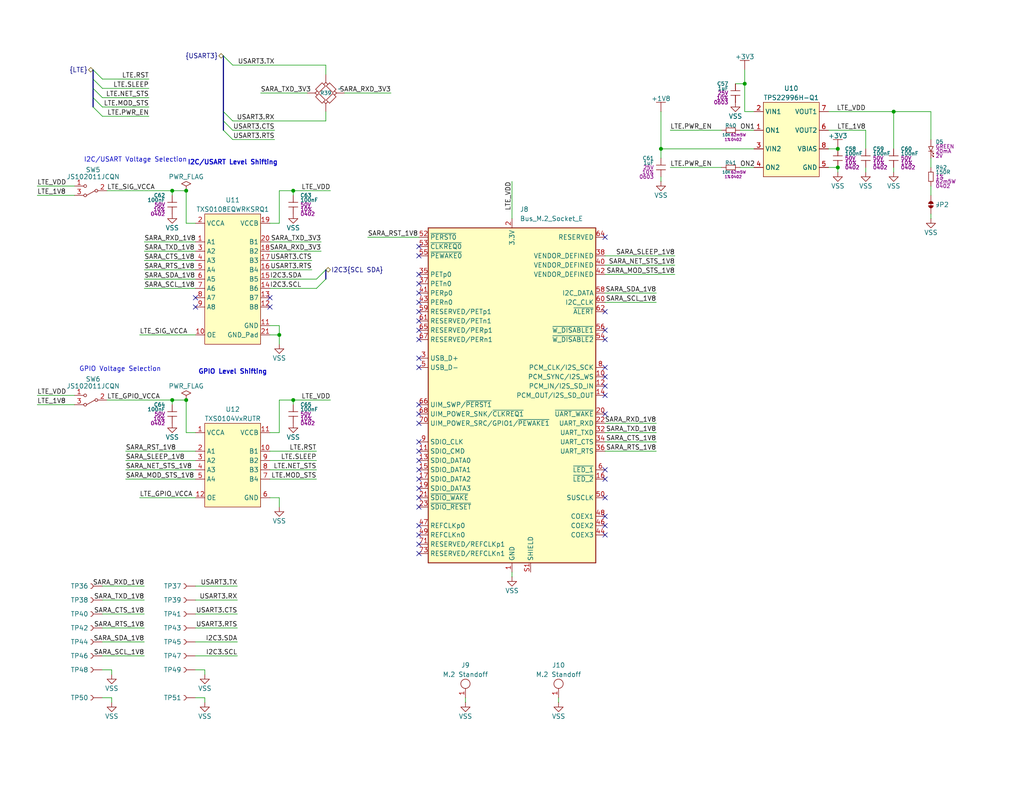
<source format=kicad_sch>
(kicad_sch (version 20250114) (generator "eeschema") (generator_version "9.0")
  (paper "USLetter")
  (title_block (title "LTE Card") (date "2025-03-31") (rev "1") (comment 2 "PROTOTYPE") (comment 3 "2025"))
  (text "I2C/USART Voltage Selection" (at 22.86 44.45 0) (effects (font (size 1.27 1.27)) (justify left bottom)))
  (text "I2C/USART Level Shifting" (at 63.5 44.45 0) (effects (font (size 1.27 1.27) (thickness 0.254) (bold yes))))
  (text "GPIO Voltage Selection" (at 21.59 101.6 0) (effects (font (size 1.27 1.27)) (justify left bottom)))
  (text "GPIO Level Shifting" (at 63.5 101.6 0) (effects (font (size 1.27 1.27) (thickness 0.254) (bold yes))))
  (junction (at 228.6 45.72))
  (junction (at 228.6 40.64))
  (junction (at 50.8 52.07))
  (junction (at 50.8 109.22))
  (junction (at 203.2 22.86))
  (junction (at 80.01 109.22))
  (junction (at 46.99 52.07))
  (junction (at 180.34 40.64))
  (junction (at 46.99 109.22))
  (junction (at 80.01 52.07))
  (junction (at 243.84 30.48))
  (junction (at 76.2 91.44))
  (no_connect (at 114.3 80.01))
  (no_connect (at 114.3 90.17))
  (no_connect (at 114.3 123.19))
  (no_connect (at 114.3 74.93))
  (no_connect (at 165.1 105.41))
  (no_connect (at 114.3 97.79))
  (no_connect (at 114.3 138.43))
  (no_connect (at 73.66 83.82))
  (no_connect (at 165.1 140.97))
  (no_connect (at 114.3 87.63))
  (no_connect (at 165.1 128.27))
  (no_connect (at 114.3 77.47))
  (no_connect (at 165.1 64.77))
  (no_connect (at 114.3 110.49))
  (no_connect (at 114.3 100.33))
  (no_connect (at 114.3 133.35))
  (no_connect (at 114.3 115.57))
  (no_connect (at 53.34 83.82))
  (no_connect (at 114.3 148.59))
  (no_connect (at 165.1 90.17))
  (no_connect (at 114.3 69.85))
  (no_connect (at 114.3 92.71))
  (no_connect (at 165.1 143.51))
  (no_connect (at 165.1 92.71))
  (no_connect (at 165.1 130.81))
  (no_connect (at 114.3 85.09))
  (no_connect (at 114.3 120.65))
  (no_connect (at 165.1 85.09))
  (no_connect (at 165.1 146.05))
  (no_connect (at 165.1 107.95))
  (no_connect (at 73.66 81.28))
  (no_connect (at 165.1 113.03))
  (no_connect (at 165.1 135.89))
  (no_connect (at 114.3 130.81))
  (no_connect (at 165.1 100.33))
  (no_connect (at 114.3 125.73))
  (no_connect (at 114.3 135.89))
  (no_connect (at 165.1 102.87))
  (no_connect (at 114.3 128.27))
  (no_connect (at 114.3 151.13))
  (no_connect (at 114.3 67.31))
  (no_connect (at 114.3 143.51))
  (no_connect (at 114.3 146.05))
  (no_connect (at 114.3 82.55))
  (no_connect (at 114.3 113.03))
  (no_connect (at 53.34 81.28))
  (bus_entry (at 27.94 29.21) (size -2.54 -2.54))
  (bus_entry (at 27.94 21.59) (size -2.54 -2.54))
  (bus_entry (at 63.5 38.1) (size -2.54 -2.54))
  (bus_entry (at 86.36 76.2) (size 2.54 -2.54))
  (bus_entry (at 63.5 33.02) (size -2.54 -2.54))
  (bus_entry (at 27.94 31.75) (size -2.54 -2.54))
  (bus_entry (at 27.94 24.13) (size -2.54 -2.54))
  (bus_entry (at 27.94 26.67) (size -2.54 -2.54))
  (bus_entry (at 63.5 17.78) (size -2.54 -2.54))
  (bus_entry (at 86.36 78.74) (size 2.54 -2.54))
  (bus_entry (at 63.5 35.56) (size -2.54 -2.54))
  (wire (pts (xy 55.88 184.15) (xy 55.88 182.88)))
  (wire (pts (xy 27.94 31.75) (xy 40.64 31.75)))
  (wire (pts (xy 71.12 25.4) (xy 83.82 25.4)))
  (bus (pts (xy 25.4 21.59) (xy 25.4 24.13)))
  (wire (pts (xy 203.2 19.05) (xy 203.2 22.86)))
  (wire (pts (xy 182.88 45.72) (xy 196.85 45.72)))
  (wire (pts (xy 90.17 52.07) (xy 80.01 52.07)))
  (wire (pts (xy 228.6 45.72) (xy 226.06 45.72)))
  (wire (pts (xy 39.37 167.64) (xy 27.94 167.64)))
  (wire (pts (xy 76.2 91.44) (xy 76.2 88.9)))
  (wire (pts (xy 100.33 64.77) (xy 114.3 64.77)))
  (wire (pts (xy 50.8 52.07) (xy 50.8 60.96)))
  (wire (pts (xy 180.34 30.48) (xy 180.34 40.64)))
  (wire (pts (xy 55.88 191.77) (xy 55.88 190.5)))
  (wire (pts (xy 80.01 53.34) (xy 80.01 52.07)))
  (wire (pts (xy 10.16 53.34) (xy 20.32 53.34)))
  (wire (pts (xy 53.34 125.73) (xy 34.29 125.73)))
  (wire (pts (xy 76.2 93.98) (xy 76.2 91.44)))
  (wire (pts (xy 86.36 123.19) (xy 73.66 123.19)))
  (wire (pts (xy 203.2 30.48) (xy 205.74 30.48)))
  (wire (pts (xy 53.34 128.27) (xy 34.29 128.27)))
  (wire (pts (xy 76.2 52.07) (xy 76.2 60.96)))
  (wire (pts (xy 76.2 88.9) (xy 73.66 88.9)))
  (wire (pts (xy 46.99 110.49) (xy 46.99 109.22)))
  (wire (pts (xy 38.1 91.44) (xy 53.34 91.44)))
  (wire (pts (xy 73.66 135.89) (xy 76.2 135.89)))
  (wire (pts (xy 10.16 110.49) (xy 20.32 110.49)))
  (wire (pts (xy 93.98 25.4) (xy 106.68 25.4)))
  (wire (pts (xy 64.77 179.07) (xy 53.34 179.07)))
  (wire (pts (xy 27.94 21.59) (xy 40.64 21.59)))
  (wire (pts (xy 73.66 68.58) (xy 87.63 68.58)))
  (wire (pts (xy 27.94 29.21) (xy 40.64 29.21)))
  (wire (pts (xy 236.22 46.99) (xy 236.22 45.72)))
  (wire (pts (xy 50.8 118.11) (xy 53.34 118.11)))
  (wire (pts (xy 201.93 35.56) (xy 205.74 35.56)))
  (wire (pts (xy 39.37 71.12) (xy 53.34 71.12)))
  (wire (pts (xy 29.21 52.07) (xy 46.99 52.07)))
  (wire (pts (xy 200.66 22.86) (xy 203.2 22.86)))
  (wire (pts (xy 10.16 107.95) (xy 20.32 107.95)))
  (wire (pts (xy 165.1 80.01) (xy 179.07 80.01)))
  (wire (pts (xy 80.01 110.49) (xy 80.01 109.22)))
  (wire (pts (xy 39.37 160.02) (xy 27.94 160.02)))
  (wire (pts (xy 39.37 175.26) (xy 27.94 175.26)))
  (wire (pts (xy 228.6 46.99) (xy 228.6 45.72)))
  (wire (pts (xy 243.84 46.99) (xy 243.84 45.72)))
  (wire (pts (xy 63.5 33.02) (xy 88.9 33.02)))
  (wire (pts (xy 243.84 30.48) (xy 243.84 40.64)))
  (wire (pts (xy 27.94 26.67) (xy 40.64 26.67)))
  (wire (pts (xy 182.88 35.56) (xy 196.85 35.56)))
  (wire (pts (xy 29.21 109.22) (xy 46.99 109.22)))
  (wire (pts (xy 55.88 190.5) (xy 53.34 190.5)))
  (wire (pts (xy 53.34 130.81) (xy 34.29 130.81)))
  (wire (pts (xy 180.34 48.26) (xy 180.34 49.53)))
  (wire (pts (xy 27.94 24.13) (xy 40.64 24.13)))
  (wire (pts (xy 50.8 60.96) (xy 53.34 60.96)))
  (wire (pts (xy 73.66 76.2) (xy 86.36 76.2)))
  (wire (pts (xy 64.77 175.26) (xy 53.34 175.26)))
  (wire (pts (xy 38.1 135.89) (xy 53.34 135.89)))
  (wire (pts (xy 76.2 60.96) (xy 73.66 60.96)))
  (wire (pts (xy 165.1 74.93) (xy 184.15 74.93)))
  (wire (pts (xy 46.99 52.07) (xy 50.8 52.07)))
  (wire (pts (xy 76.2 138.43) (xy 76.2 135.89)))
  (wire (pts (xy 39.37 73.66) (xy 53.34 73.66)))
  (wire (pts (xy 64.77 171.45) (xy 53.34 171.45)))
  (bus (pts (xy 60.96 15.24) (xy 60.96 30.48)))
  (wire (pts (xy 10.16 50.8) (xy 20.32 50.8)))
  (wire (pts (xy 55.88 182.88) (xy 53.34 182.88)))
  (wire (pts (xy 30.48 184.15) (xy 30.48 182.88)))
  (wire (pts (xy 64.77 163.83) (xy 53.34 163.83)))
  (wire (pts (xy 64.77 160.02) (xy 53.34 160.02)))
  (wire (pts (xy 76.2 118.11) (xy 73.66 118.11)))
  (wire (pts (xy 152.4 190.5) (xy 152.4 191.77)))
  (wire (pts (xy 180.34 40.64) (xy 180.34 43.18)))
  (wire (pts (xy 53.34 76.2) (xy 39.37 76.2)))
  (wire (pts (xy 34.29 123.19) (xy 53.34 123.19)))
  (wire (pts (xy 139.7 156.21) (xy 139.7 157.48)))
  (wire (pts (xy 73.66 91.44) (xy 76.2 91.44)))
  (wire (pts (xy 50.8 109.22) (xy 50.8 118.11)))
  (wire (pts (xy 254 43.18) (xy 254 45.72)))
  (wire (pts (xy 203.2 22.86) (xy 203.2 30.48)))
  (bus (pts (xy 60.96 33.02) (xy 60.96 35.56)))
  (wire (pts (xy 73.66 78.74) (xy 86.36 78.74)))
  (wire (pts (xy 63.5 38.1) (xy 74.93 38.1)))
  (wire (pts (xy 243.84 30.48) (xy 254 30.48)))
  (wire (pts (xy 139.7 49.53) (xy 139.7 59.69)))
  (wire (pts (xy 85.09 73.66) (xy 73.66 73.66)))
  (bus (pts (xy 60.96 30.48) (xy 60.96 33.02)))
  (wire (pts (xy 63.5 17.78) (xy 88.9 17.78)))
  (wire (pts (xy 165.1 82.55) (xy 179.07 82.55)))
  (wire (pts (xy 30.48 182.88) (xy 27.94 182.88)))
  (wire (pts (xy 76.2 109.22) (xy 76.2 118.11)))
  (wire (pts (xy 30.48 191.77) (xy 30.48 190.5)))
  (wire (pts (xy 64.77 167.64) (xy 53.34 167.64)))
  (wire (pts (xy 86.36 130.81) (xy 73.66 130.81)))
  (wire (pts (xy 201.93 45.72) (xy 205.74 45.72)))
  (wire (pts (xy 46.99 109.22) (xy 50.8 109.22)))
  (wire (pts (xy 39.37 163.83) (xy 27.94 163.83)))
  (wire (pts (xy 226.06 30.48) (xy 243.84 30.48)))
  (bus (pts (xy 25.4 24.13) (xy 25.4 26.67)))
  (wire (pts (xy 39.37 179.07) (xy 27.94 179.07)))
  (wire (pts (xy 165.1 69.85) (xy 184.15 69.85)))
  (bus (pts (xy 25.4 19.05) (xy 25.4 21.59)))
  (wire (pts (xy 46.99 53.34) (xy 46.99 52.07)))
  (wire (pts (xy 90.17 109.22) (xy 80.01 109.22)))
  (wire (pts (xy 180.34 40.64) (xy 205.74 40.64)))
  (wire (pts (xy 226.06 40.64) (xy 228.6 40.64)))
  (wire (pts (xy 53.34 78.74) (xy 39.37 78.74)))
  (wire (pts (xy 179.07 115.57) (xy 165.1 115.57)))
  (wire (pts (xy 86.36 128.27) (xy 73.66 128.27)))
  (wire (pts (xy 63.5 35.56) (xy 74.93 35.56)))
  (wire (pts (xy 179.07 123.19) (xy 165.1 123.19)))
  (wire (pts (xy 88.9 17.78) (xy 88.9 20.32)))
  (wire (pts (xy 179.07 118.11) (xy 165.1 118.11)))
  (wire (pts (xy 80.01 52.07) (xy 76.2 52.07)))
  (wire (pts (xy 254 58.42) (xy 254 59.69)))
  (wire (pts (xy 39.37 171.45) (xy 27.94 171.45)))
  (wire (pts (xy 127 190.5) (xy 127 191.77)))
  (wire (pts (xy 254 30.48) (xy 254 38.1)))
  (wire (pts (xy 226.06 35.56) (xy 236.22 35.56)))
  (wire (pts (xy 30.48 190.5) (xy 27.94 190.5)))
  (wire (pts (xy 39.37 68.58) (xy 53.34 68.58)))
  (wire (pts (xy 254 50.8) (xy 254 53.34)))
  (wire (pts (xy 85.09 71.12) (xy 73.66 71.12)))
  (bus (pts (xy 88.9 76.2) (xy 88.9 73.66)))
  (wire (pts (xy 236.22 35.56) (xy 236.22 40.64)))
  (wire (pts (xy 73.66 66.04) (xy 87.63 66.04)))
  (wire (pts (xy 179.07 120.65) (xy 165.1 120.65)))
  (wire (pts (xy 165.1 72.39) (xy 184.15 72.39)))
  (wire (pts (xy 80.01 109.22) (xy 76.2 109.22)))
  (wire (pts (xy 39.37 66.04) (xy 53.34 66.04)))
  (wire (pts (xy 88.9 33.02) (xy 88.9 30.48)))
  (wire (pts (xy 86.36 125.73) (xy 73.66 125.73)))
  (bus (pts (xy 25.4 26.67) (xy 25.4 29.21)))
  (label "USART3.RTS" (at 64.77 171.45 180))
  (label "LTE.RST" (at 40.64 21.59 180))
  (label "USART3.TX" (at 64.77 160.02 180))
  (label "SARA_SLEEP_1V8" (at 184.15 69.85 180))
  (label "LTE_SIG_VCCA" (at 29.21 52.07 0))
  (label "I2C3.SDA" (at 64.77 175.26 180))
  (label "LTE_VDD" (at 139.7 49.53 270))
  (label "SARA_RXD_3V3" (at 87.63 68.58 180))
  (label "SARA_TXD_1V8" (at 179.07 118.11 180))
  (label "USART3.RTS" (at 85.09 73.66 180))
  (label "LTE.SLEEP" (at 86.36 125.73 180))
  (label "LTE.RST" (at 86.36 123.19 180))
  (label "LTE_GPIO_VCCA" (at 29.21 109.22 0))
  (label "ON2" (at 201.93 45.72 0))
  (label "SARA_CTS_1V8" (at 179.07 120.65 180))
  (label "I2C3.SCL" (at 73.66 78.74 0))
  (label "LTE.MOD_STS" (at 86.36 130.81 180))
  (label "I2C3.SCL" (at 64.77 179.07 180))
  (label "SARA_TXD_3V3" (at 87.63 66.04 180))
  (label "SARA_RST_1V8" (at 100.33 64.77 0))
  (label "USART3.TX" (at 74.93 17.78 180))
  (label "LTE_VDD" (at 10.16 50.8 0))
  (label "SARA_SDA_1V8" (at 39.37 175.26 180))
  (label "USART3.RX" (at 64.77 163.83 180))
  (label "LTE.SLEEP" (at 40.64 24.13 180))
  (label "LTE_VDD" (at 10.16 107.95 0))
  (label "SARA_SCL_1V8" (at 39.37 179.07 180))
  (label "LTE_SIG_VCCA" (at 38.1 91.44 0))
  (label "LTE_VDD" (at 236.22 30.48 180))
  (label "LTE.NET_STS" (at 86.36 128.27 180))
  (label "LTE.PWR_EN" (at 182.88 35.56 0))
  (label "LTE_1V8" (at 236.22 35.56 180))
  (label "SARA_TXD_3V3" (at 71.12 25.4 0))
  (label "USART3.CTS" (at 64.77 167.64 180))
  (label "SARA_RXD_1V8" (at 179.07 115.57 180))
  (label "SARA_TXD_1V8" (at 39.37 163.83 180))
  (label "LTE_1V8" (at 10.16 53.34 0))
  (label "SARA_RST_1V8" (at 34.29 123.19 0))
  (label "SARA_SDA_1V8" (at 179.07 80.01 180))
  (label "SARA_SLEEP_1V8" (at 34.29 125.73 0))
  (label "SARA_RTS_1V8" (at 39.37 171.45 180))
  (label "LTE.MOD_STS" (at 40.64 29.21 180))
  (label "LTE.PWR_EN" (at 40.64 31.75 180))
  (label "SARA_RXD_1V8" (at 39.37 160.02 180))
  (label "SARA_SCL_1V8" (at 179.07 82.55 180))
  (label "LTE_VDD" (at 90.17 52.07 180))
  (label "SARA_SCL_1V8" (at 39.37 78.74 0))
  (label "USART3.CTS" (at 85.09 71.12 180))
  (label "LTE.NET_STS" (at 40.64 26.67 180))
  (label "SARA_NET_STS_1V8" (at 184.15 72.39 180))
  (label "SARA_TXD_1V8" (at 39.37 68.58 0))
  (label "SARA_RXD_1V8" (at 39.37 66.04 0))
  (label "LTE_GPIO_VCCA" (at 38.1 135.89 0))
  (label "SARA_MOD_STS_1V8" (at 34.29 130.81 0))
  (label "USART3.RX" (at 74.93 33.02 180))
  (label "SARA_SDA_1V8" (at 39.37 76.2 0))
  (label "SARA_RTS_1V8" (at 179.07 123.19 180))
  (label "LTE.PWR_EN" (at 182.88 45.72 0))
  (label "LTE_1V8" (at 10.16 110.49 0))
  (label "LTE_VDD" (at 90.17 109.22 180))
  (label "I2C3.SDA" (at 73.66 76.2 0))
  (label "SARA_CTS_1V8" (at 39.37 71.12 0))
  (label "ON1" (at 201.93 35.56 0))
  (label "USART3.CTS" (at 74.93 35.56 180))
  (label "SARA_RXD_3V3" (at 106.68 25.4 180))
  (label "USART3.RTS" (at 74.93 38.1 180))
  (label "SARA_MOD_STS_1V8" (at 184.15 74.93 180))
  (label "SARA_RTS_1V8" (at 39.37 73.66 0))
  (label "SARA_NET_STS_1V8" (at 34.29 128.27 0))
  (label "SARA_CTS_1V8" (at 39.37 167.64 180))
  (hierarchical_label "I2C3{SCL SDA}" (shape bidirectional) (at 88.9 73.66 0))
  (hierarchical_label "{LTE}" (shape bidirectional) (at 25.4 19.05 180))
  (hierarchical_label "{USART3}" (shape bidirectional) (at 60.96 15.24 180))
  (symbol (lib_id "lib_sch:Testpoint") (at 25.4 179.07 0) (unit 1) (in_bom no)
    (property "Reference" "TP46" (at 24.13 179.07 0) (effects (justify right)))
    (property "Footprint" "lib_misc:TP_2mm" (effects (hide yes)))
    (property "Manufacturer" "N/A" (effects (hide yes)))
    (property "MPN" "N/A" (effects (hide yes)))
    (property "DKPN" "N/A" (effects (hide yes)))
  )
  (symbol (lib_id "lib_pwr:VSS") (at 76.2 138.43 0) (unit 1)
    (property "Reference" "#PWR0142" (effects (hide yes)))
    (property "Value" "VSS" (at 76.2 142.24 0))
  )
  (symbol (lib_id "lib_pwr:PWR_FLAG") (at 50.8 52.07 0) (unit 1)
    (property "Reference" "#FLG018" (effects (hide yes)))
    (property "Value" "PWR_FLAG" (at 50.8 48.26 0))
    (property "Description" "Special symbol for telling ERC where power comes from" (effects (hide yes)))
  )
  (symbol (lib_id "lib_sch:Testpoint") (at 25.4 175.26 0) (unit 1) (in_bom no)
    (property "Reference" "TP44" (at 24.13 175.26 0) (effects (justify right)))
    (property "Footprint" "lib_misc:TP_2mm" (effects (hide yes)))
    (property "Manufacturer" "N/A" (effects (hide yes)))
    (property "MPN" "N/A" (effects (hide yes)))
    (property "DKPN" "N/A" (effects (hide yes)))
  )
  (symbol (lib_id "lib_sch:Testpoint") (at 50.8 179.07 0) (unit 1) (in_bom no)
    (property "Reference" "TP47" (at 49.53 179.07 0) (effects (justify right)))
    (property "Footprint" "lib_misc:TP_2mm" (effects (hide yes)))
    (property "Manufacturer" "N/A" (effects (hide yes)))
    (property "MPN" "N/A" (effects (hide yes)))
    (property "DKPN" "N/A" (effects (hide yes)))
  )
  (symbol (lib_id "lib_pwr:VSS") (at 46.99 58.42 0) (unit 1)
    (property "Reference" "#PWR0136" (effects (hide yes)))
    (property "Value" "VSS" (at 46.99 62.23 0))
  )
  (symbol (lib_id "lib_pwr:VSS") (at 80.01 58.42 0) (unit 1)
    (property "Reference" "#PWR0137" (effects (hide yes)))
    (property "Value" "VSS" (at 80.01 62.23 0))
  )
  (symbol (lib_id "lib_pwr:VSS") (at 236.22 46.99 0) (unit 1)
    (property "Reference" "#PWR0133" (effects (hide yes)))
    (property "Value" "VSS" (at 236.22 50.8 0))
  )
  (symbol (lib_id "lib_sch:Testpoint") (at 25.4 190.5 0) (unit 1)
    (property "Reference" "TP50" (at 24.13 190.5 0) (effects (justify right)))
    (property "Value" "RCWCTE" (effects (hide yes)))
    (property "Footprint" "lib_misc:TP_RCW" (effects (hide yes)))
    (property "Datasheet" "datasheets/KOA-RC-Series.pdf" (effects (hide yes)))
    (property "Description" "PC TEST POINT" (effects (hide yes)))
    (property "Manufacturer" "KOA Speer Electronics, Inc." (effects (hide yes)))
    (property "MPN" "RCWCTE" (effects (hide yes)))
    (property "DKPN" "2019-RCWCTECT-ND" (effects (hide yes)))
  )
  (symbol (lib_id "lib_pwr:VSS") (at 55.88 184.15 0) (unit 1)
    (property "Reference" "#PWR0145" (effects (hide yes)))
    (property "Value" "VSS" (at 55.88 187.96 0))
  )
  (symbol (lib_id "lib_sch:Testpoint") (at 50.8 171.45 0) (unit 1) (in_bom no)
    (property "Reference" "TP43" (at 49.53 171.45 0) (effects (justify right)))
    (property "Footprint" "lib_misc:TP_2mm" (effects (hide yes)))
    (property "Manufacturer" "N/A" (effects (hide yes)))
    (property "MPN" "N/A" (effects (hide yes)))
    (property "DKPN" "N/A" (effects (hide yes)))
  )
  (symbol (lib_id "lib_pwr:VSS") (at 127 191.77 0) (unit 1)
    (property "Reference" "#PWR0148" (effects (hide yes)))
    (property "Value" "VSS" (at 127 195.58 0))
  )
  (symbol (lib_id "lib_sch:TXS0108EQWRKSRQ1") (at 63.5 76.2 0) (unit 1)
    (property "Reference" "U11" (at 63.5 54.61 0))
    (property "Value" "TXS0108EQWRKSRQ1" (at 63.5 57.15 0))
    (property "Footprint" "lib_ICs:QFN50P450X250X100-20" (effects (hide yes)))
    (property "Datasheet" "datasheets/Texas-Instruments-TXS0108E-Q1.pdf" (effects (hide yes)))
    (property "Description" "Automotive 8-Bit Bi-directional, Level-Shifting, Voltage Translator  for Open-Drain and Push-Pull Applications" (effects (hide yes)))
    (property "Manufacturer" "Texas Instruments" (effects (hide yes)))
    (property "MPN" "TXS0108EQWRKSRQ1" (effects (hide yes)))
    (property "DKPN" "296-TXS0108EQWRKSRQ1CT-ND" (effects (hide yes)))
  )
  (symbol (lib_id "lib_sch:Bus_M.2_Socket_E") (at 139.7 107.95 0) (unit 1)
    (property "Reference" "J8" (at 141.8433 57.15 0) (effects (justify left)))
    (property "Value" "Bus_M.2_Socket_E" (at 141.8433 59.69 0) (effects (justify left)))
    (property "Footprint" "lib_connectors:MDT420E01001" (effects (hide yes)))
    (property "Datasheet" "datasheets/Amphenol-SSIO-PCIe-M2-Drawing.pdf" (effects (hide yes)))
    (property "Description" "M.2 Socket 1-SD Mechanical Key E" (effects (hide yes)))
    (property "Manufacturer" "Amphenol ICC (FCI)" (effects (hide yes)))
    (property "MPN" "MDT420E01001" (effects (hide yes)))
    (property "DKPN" "MDT420E01001CT-ND" (effects (hide yes)))
  )
  (symbol (lib_id "lib_pwr:VSS") (at 76.2 93.98 0) (unit 1)
    (property "Reference" "#PWR0139" (effects (hide yes)))
    (property "Value" "VSS" (at 76.2 97.79 0))
  )
  (symbol (lib_id "lib_pwr:VSS") (at 152.4 191.77 0) (unit 1)
    (property "Reference" "#PWR0149" (effects (hide yes)))
    (property "Value" "VSS" (at 152.4 195.58 0))
  )
  (symbol (lib_id "lib_sch:Testpoint") (at 25.4 182.88 0) (unit 1)
    (property "Reference" "TP48" (at 24.13 182.88 0) (effects (justify right)))
    (property "Value" "RCWCTE" (effects (hide yes)))
    (property "Footprint" "lib_misc:TP_RCW" (effects (hide yes)))
    (property "Datasheet" "datasheets/KOA-RC-Series.pdf" (effects (hide yes)))
    (property "Description" "PC TEST POINT" (effects (hide yes)))
    (property "Manufacturer" "KOA Speer Electronics, Inc." (effects (hide yes)))
    (property "MPN" "RCWCTE" (effects (hide yes)))
    (property "DKPN" "2019-RCWCTECT-ND" (effects (hide yes)))
  )
  (symbol (lib_id "lib_sch:Testpoint") (at 25.4 171.45 0) (unit 1) (in_bom no)
    (property "Reference" "TP42" (at 24.13 171.45 0) (effects (justify right)))
    (property "Footprint" "lib_misc:TP_2mm" (effects (hide yes)))
    (property "Manufacturer" "N/A" (effects (hide yes)))
    (property "MPN" "N/A" (effects (hide yes)))
    (property "DKPN" "N/A" (effects (hide yes)))
  )
  (symbol (lib_id "lib_sch:Testpoint") (at 50.8 190.5 0) (unit 1)
    (property "Reference" "TP51" (at 49.53 190.5 0) (effects (justify right)))
    (property "Value" "RCWCTE" (effects (hide yes)))
    (property "Footprint" "lib_misc:TP_RCW" (effects (hide yes)))
    (property "Datasheet" "datasheets/KOA-RC-Series.pdf" (effects (hide yes)))
    (property "Description" "PC TEST POINT" (effects (hide yes)))
    (property "Manufacturer" "KOA Speer Electronics, Inc." (effects (hide yes)))
    (property "MPN" "RCWCTE" (effects (hide yes)))
    (property "DKPN" "2019-RCWCTECT-ND" (effects (hide yes)))
  )
  (symbol (lib_id "lib_sch:C") (at 80.01 55.88 0) (unit 1)
    (property "Reference" "C63" (at 81.915 53.34 0) (effects (font (size 1.016 1.016)) (justify left)))
    (property "Value" "100nF" (at 81.915 54.61 0) (effects (font (size 1.016 1.016)) (justify left)))
    (property "Footprint" "lib_passives:GCM0402" (effects (hide yes)))
    (property "Datasheet" "datasheets/Murata-Electronics-GRT155R71H104KE01.pdf" (effects (hide yes)))
    (property "Description" "CAP CER 0.1UF 50V X7R 0402" (effects (hide yes)))
    (property "Manufacturer" "Murata Electronics" (effects (hide yes)))
    (property "MPN" "GRT155R71H104KE01D" (effects (hide yes)))
    (property "DKPN" "490-GRT155R71H104KE01DCT-ND" (effects (hide yes)))
    (property "Tolerance" "10%" (at 81.915 57.15 0) (effects (font (size 1.016 1.016)) (justify left)))
    (property "Voltage Rating" "50V" (at 81.915 55.88 0) (effects (font (size 1.016 1.016)) (justify left)))
    (property "Package" "0402" (at 81.915 58.42 0) (effects (font (size 1.016 1.016)) (justify left)))
  )
  (symbol (lib_id "lib_pwr:VSS") (at 200.66 27.94 0) (unit 1)
    (property "Reference" "#PWR0129" (effects (hide yes)))
    (property "Value" "VSS" (at 200.66 31.75 0))
  )
  (symbol (lib_id "lib_sch:C") (at 80.01 113.03 0) (unit 1)
    (property "Reference" "C65" (at 81.915 110.49 0) (effects (font (size 1.016 1.016)) (justify left)))
    (property "Value" "100nF" (at 81.915 111.76 0) (effects (font (size 1.016 1.016)) (justify left)))
    (property "Footprint" "lib_passives:GCM0402" (effects (hide yes)))
    (property "Datasheet" "datasheets/Murata-Electronics-GRT155R71H104KE01.pdf" (effects (hide yes)))
    (property "Description" "CAP CER 0.1UF 50V X7R 0402" (effects (hide yes)))
    (property "Manufacturer" "Murata Electronics" (effects (hide yes)))
    (property "MPN" "GRT155R71H104KE01D" (effects (hide yes)))
    (property "DKPN" "490-GRT155R71H104KE01DCT-ND" (effects (hide yes)))
    (property "Tolerance" "10%" (at 81.915 114.3 0) (effects (font (size 1.016 1.016)) (justify left)))
    (property "Voltage Rating" "50V" (at 81.915 113.03 0) (effects (font (size 1.016 1.016)) (justify left)))
    (property "Package" "0402" (at 81.915 115.57 0) (effects (font (size 1.016 1.016)) (justify left)))
  )
  (symbol (lib_id "lib_sch:C") (at 228.6 43.18 0) (unit 1)
    (property "Reference" "C58" (at 230.505 40.64 0) (effects (font (size 1.016 1.016)) (justify left)))
    (property "Value" "100nF" (at 230.505 41.91 0) (effects (font (size 1.016 1.016)) (justify left)))
    (property "Footprint" "lib_passives:GCM0402" (effects (hide yes)))
    (property "Datasheet" "datasheets/Murata-Electronics-GRT155R71H104KE01.pdf" (effects (hide yes)))
    (property "Description" "CAP CER 0.1UF 50V X7R 0402" (effects (hide yes)))
    (property "Manufacturer" "Murata Electronics" (effects (hide yes)))
    (property "MPN" "GRT155R71H104KE01D" (effects (hide yes)))
    (property "DKPN" "490-GRT155R71H104KE01DCT-ND" (effects (hide yes)))
    (property "Tolerance" "10%" (at 230.505 44.45 0) (effects (font (size 1.016 1.016)) (justify left)))
    (property "Voltage Rating" "50V" (at 230.505 43.18 0) (effects (font (size 1.016 1.016)) (justify left)))
    (property "Package" "0402" (at 230.505 45.72 0) (effects (font (size 1.016 1.016)) (justify left)))
  )
  (symbol (lib_id "lib_sch:Testpoint") (at 50.8 175.26 0) (unit 1) (in_bom no)
    (property "Reference" "TP45" (at 49.53 175.26 0) (effects (justify right)))
    (property "Footprint" "lib_misc:TP_2mm" (effects (hide yes)))
    (property "Manufacturer" "N/A" (effects (hide yes)))
    (property "MPN" "N/A" (effects (hide yes)))
    (property "DKPN" "N/A" (effects (hide yes)))
  )
  (symbol (lib_id "lib_sch:C") (at 180.34 45.72 0) (mirror y) (unit 1)
    (property "Reference" "C61" (at 178.435 43.18 0) (effects (font (size 1.016 1.016)) (justify left)))
    (property "Value" "1uF" (at 178.435 44.45 0) (effects (font (size 1.016 1.016)) (justify left)))
    (property "Footprint" "lib_passives:GRT0603" (effects (hide yes)))
    (property "Datasheet" "datasheets/Murata-Electronics-GRT188R71E105KE13.pdf" (effects (hide yes)))
    (property "Description" "CAP CER 1UF 25V X7R 0603" (effects (hide yes)))
    (property "Manufacturer" "Murata Electronics" (effects (hide yes)))
    (property "MPN" "GRT188R71E105KE13D" (effects (hide yes)))
    (property "DKPN" "490-GRT188R71E105KE13DCT-ND" (effects (hide yes)))
    (property "Tolerance" "10%" (at 178.435 46.99 0) (effects (font (size 1.016 1.016)) (justify left)))
    (property "Voltage Rating" "25V" (at 178.435 45.72 0) (effects (font (size 1.016 1.016)) (justify left)))
    (property "Package" "0603" (at 178.435 48.26 0) (effects (font (size 1.016 1.016)) (justify left)))
  )
  (symbol (lib_id "lib_pwr:+1V8") (at 180.34 30.48 0) (unit 1)
    (property "Reference" "#PWR0130" (effects (hide yes)))
    (property "Value" "+1V8" (at 180.34 26.924 0))
  )
  (symbol (lib_id "lib_pwr:VSS") (at 139.7 157.48 0) (unit 1)
    (property "Reference" "#PWR0143" (effects (hide yes)))
    (property "Value" "VSS" (at 139.7 161.29 0))
  )
  (symbol (lib_id "lib_sch:R_horizontal") (at 199.39 35.56 0) (unit 1)
    (property "Reference" "R40" (at 199.39 34.29 0) (effects (font (size 1.016 1.016))))
    (property "Value" "10K" (at 199.39 36.83 0) (effects (font (size 0.762 0.762)) (justify right)))
    (property "Footprint" "lib_passives:CRCW0402" (effects (hide yes)))
    (property "Datasheet" "datasheets/Vishay-Dale-DCRCWe3.pdf" (effects (hide yes)))
    (property "Description" "RES SMD 10K OHM 1% 1/16W 0402" (effects (hide yes)))
    (property "Manufacturer" "Vishay Dale" (effects (hide yes)))
    (property "MPN" "CRCW040210K0FKED" (effects (hide yes)))
    (property "DKPN" "541-10.0KLCT-ND" (effects (hide yes)))
    (property "Tolerance" "1%" (at 199.39 38.1 0) (effects (font (size 0.762 0.762)) (justify right)))
    (property "Power Rating" "62m5W" (at 199.39 36.83 0) (effects (font (size 0.762 0.762)) (justify left)))
    (property "Package" "0402" (at 199.39 38.1 0) (effects (font (size 0.762 0.762)) (justify left)))
  )
  (symbol (lib_id "lib_pwr:PWR_FLAG") (at 50.8 109.22 0) (unit 1)
    (property "Reference" "#FLG019" (effects (hide yes)))
    (property "Value" "PWR_FLAG" (at 50.8 105.41 0))
    (property "Description" "Special symbol for telling ERC where power comes from" (effects (hide yes)))
  )
  (symbol (lib_id "lib_sch:Testpoint") (at 50.8 160.02 0) (unit 1) (in_bom no)
    (property "Reference" "TP37" (at 49.53 160.02 0) (effects (justify right)))
    (property "Footprint" "lib_misc:TP_2mm" (effects (hide yes)))
    (property "Manufacturer" "N/A" (effects (hide yes)))
    (property "MPN" "N/A" (effects (hide yes)))
    (property "DKPN" "N/A" (effects (hide yes)))
  )
  (symbol (lib_id "lib_pwr:VSS") (at 30.48 191.77 0) (unit 1)
    (property "Reference" "#PWR0146" (effects (hide yes)))
    (property "Value" "VSS" (at 30.48 195.58 0))
  )
  (symbol (lib_id "lib_sch:TPS22996H-Q1") (at 215.9 38.1 0) (unit 1)
    (property "Reference" "U10" (at 215.9 24.13 0))
    (property "Value" "TPS22996H-Q1" (at 215.9 26.67 0))
    (property "Footprint" "lib_ICs:SOT583" (effects (hide yes)))
    (property "Datasheet" "datasheets/Texas-Instruments-TPS22996H-Q1.pdf" (effects (hide yes)))
    (property "Description" "5.5-V, 3-A, 19-mΩ On-Resistance Automotive Load Switch" (effects (hide yes)))
    (property "Manufacturer" "Texas Instruments" (effects (hide yes)))
    (property "MPN" "TPS22996HQDYCRQ1" (effects (hide yes)))
    (property "DKPN" "296-TPS22996HQDYCRQ1CT-ND" (effects (hide yes)))
  )
  (symbol (lib_id "lib_pwr:VSS") (at 30.48 184.15 0) (unit 1)
    (property "Reference" "#PWR0144" (effects (hide yes)))
    (property "Value" "VSS" (at 30.48 187.96 0))
  )
  (symbol (lib_id "lib_pwr:VSS") (at 243.84 46.99 0) (unit 1)
    (property "Reference" "#PWR0134" (effects (hide yes)))
    (property "Value" "VSS" (at 243.84 50.8 0))
  )
  (symbol (lib_id "lib_sch:C") (at 46.99 55.88 0) (mirror y) (unit 1)
    (property "Reference" "C62" (at 45.085 53.34 0) (effects (font (size 1.016 1.016)) (justify left)))
    (property "Value" "100nF" (at 45.085 54.61 0) (effects (font (size 1.016 1.016)) (justify left)))
    (property "Footprint" "lib_passives:GCM0402" (effects (hide yes)))
    (property "Datasheet" "datasheets/Murata-Electronics-GRT155R71H104KE01.pdf" (effects (hide yes)))
    (property "Description" "CAP CER 0.1UF 50V X7R 0402" (effects (hide yes)))
    (property "Manufacturer" "Murata Electronics" (effects (hide yes)))
    (property "MPN" "GRT155R71H104KE01D" (effects (hide yes)))
    (property "DKPN" "490-GRT155R71H104KE01DCT-ND" (effects (hide yes)))
    (property "Tolerance" "10%" (at 45.085 57.15 0) (effects (font (size 1.016 1.016)) (justify left)))
    (property "Voltage Rating" "50V" (at 45.085 55.88 0) (effects (font (size 1.016 1.016)) (justify left)))
    (property "Package" "0402" (at 45.085 58.42 0) (effects (font (size 1.016 1.016)) (justify left)))
  )
  (symbol (lib_id "lib_sch:Testpoint") (at 50.8 182.88 0) (unit 1)
    (property "Reference" "TP49" (at 49.53 182.88 0) (effects (justify right)))
    (property "Value" "RCWCTE" (effects (hide yes)))
    (property "Footprint" "lib_misc:TP_RCW" (effects (hide yes)))
    (property "Datasheet" "datasheets/KOA-RC-Series.pdf" (effects (hide yes)))
    (property "Description" "PC TEST POINT" (effects (hide yes)))
    (property "Manufacturer" "KOA Speer Electronics, Inc." (effects (hide yes)))
    (property "MPN" "RCWCTE" (effects (hide yes)))
    (property "DKPN" "2019-RCWCTECT-ND" (effects (hide yes)))
  )
  (symbol (lib_id "lib_pwr:+3V3") (at 203.2 19.05 0) (unit 1)
    (property "Reference" "#PWR0128" (effects (hide yes)))
    (property "Value" "+3V3" (at 203.2 15.494 0))
  )
  (symbol (lib_id "lib_sch:Testpoint") (at 50.8 167.64 0) (unit 1) (in_bom no)
    (property "Reference" "TP41" (at 49.53 167.64 0) (effects (justify right)))
    (property "Footprint" "lib_misc:TP_2mm" (effects (hide yes)))
    (property "Manufacturer" "N/A" (effects (hide yes)))
    (property "MPN" "N/A" (effects (hide yes)))
    (property "DKPN" "N/A" (effects (hide yes)))
  )
  (symbol (lib_id "lib_pwr:VSS") (at 180.34 49.53 0) (unit 1)
    (property "Reference" "#PWR0135" (effects (hide yes)))
    (property "Value" "VSS" (at 180.34 53.34 0))
  )
  (symbol (lib_id "lib_pwr:VSS") (at 55.88 191.77 0) (unit 1)
    (property "Reference" "#PWR0147" (effects (hide yes)))
    (property "Value" "VSS" (at 55.88 195.58 0))
  )
  (symbol (lib_id "lib_sch:Testpoint") (at 50.8 163.83 0) (unit 1) (in_bom no)
    (property "Reference" "TP39" (at 49.53 163.83 0) (effects (justify right)))
    (property "Footprint" "lib_misc:TP_2mm" (effects (hide yes)))
    (property "Manufacturer" "N/A" (effects (hide yes)))
    (property "MPN" "N/A" (effects (hide yes)))
    (property "DKPN" "N/A" (effects (hide yes)))
  )
  (symbol (lib_id "lib_sch:Mounting-Hole") (at 127 186.69 0) (unit 1)
    (property "Reference" "J9" (at 127 181.61 0))
    (property "Value" "M.2 Standoff" (at 127 184.15 0))
    (property "Footprint" "lib_misc:MountingHole_3.5mm_Pad_Via" (effects (hide yes)))
    (property "Datasheet" "datasheets/ATTEND-Technology-123A-NUT-42.pdf" (effects (hide yes)))
    (property "Description" "NUT M3 H=2.45MM, FOR M.2 CONN H=4.2" (effects (hide yes)))
    (property "Manufacturer" "ATTEND Technology" (effects (hide yes)))
    (property "MPN" "123A-NUT-42" (effects (hide yes)))
    (property "DKPN" "4827-123A-NUT-42CT-ND" (effects (hide yes)))
  )
  (symbol (lib_id "lib_sch:C") (at 243.84 43.18 0) (unit 1)
    (property "Reference" "C60" (at 245.745 40.64 0) (effects (font (size 1.016 1.016)) (justify left)))
    (property "Value" "100nF" (at 245.745 41.91 0) (effects (font (size 1.016 1.016)) (justify left)))
    (property "Footprint" "lib_passives:GCM0402" (effects (hide yes)))
    (property "Datasheet" "datasheets/Murata-Electronics-GRT155R71H104KE01.pdf" (effects (hide yes)))
    (property "Description" "CAP CER 0.1UF 50V X7R 0402" (effects (hide yes)))
    (property "Manufacturer" "Murata Electronics" (effects (hide yes)))
    (property "MPN" "GRT155R71H104KE01D" (effects (hide yes)))
    (property "DKPN" "490-GRT155R71H104KE01DCT-ND" (effects (hide yes)))
    (property "Tolerance" "10%" (at 245.745 44.45 0) (effects (font (size 1.016 1.016)) (justify left)))
    (property "Voltage Rating" "50V" (at 245.745 43.18 0) (effects (font (size 1.016 1.016)) (justify left)))
    (property "Package" "0402" (at 245.745 45.72 0) (effects (font (size 1.016 1.016)) (justify left)))
  )
  (symbol (lib_id "lib_sch:Testpoint") (at 25.4 167.64 0) (unit 1) (in_bom no)
    (property "Reference" "TP40" (at 24.13 167.64 0) (effects (justify right)))
    (property "Footprint" "lib_misc:TP_2mm" (effects (hide yes)))
    (property "Manufacturer" "N/A" (effects (hide yes)))
    (property "MPN" "N/A" (effects (hide yes)))
    (property "DKPN" "N/A" (effects (hide yes)))
  )
  (symbol (lib_id "lib_sch:Testpoint") (at 25.4 160.02 0) (unit 1) (in_bom no)
    (property "Reference" "TP36" (at 24.13 160.02 0) (effects (justify right)))
    (property "Footprint" "lib_misc:TP_2mm" (effects (hide yes)))
    (property "Manufacturer" "N/A" (effects (hide yes)))
    (property "MPN" "N/A" (effects (hide yes)))
    (property "DKPN" "N/A" (effects (hide yes)))
  )
  (symbol (lib_id "lib_sch:LED") (at 254 40.64 0) (unit 1)
    (property "Reference" "D5" (at 255.27 38.735 0) (effects (font (size 1.016 1.016)) (justify left)))
    (property "Value" "LTST-C191KGKT" (effects (hide yes)))
    (property "Footprint" "lib_diodes:LTST-0603" (effects (hide yes)))
    (property "Datasheet" "datasheets/Lite-On-LTST-C191KGKT.pdf" (effects (hide yes)))
    (property "Description" "LED GREEN CLEAR SMD" (effects (hide yes)))
    (property "Manufacturer" "Lite-On Inc." (effects (hide yes)))
    (property "MPN" "LTST-C191KGKT" (effects (hide yes)))
    (property "DKPN" "160-1446-1-ND" (effects (hide yes)))
    (property "Forward Voltage" "2V" (at 255.27 42.545 0) (effects (font (size 1.016 1.016)) (justify left)))
    (property "Current" "20mA" (at 255.27 41.275 0) (effects (font (size 1.016 1.016)) (justify left)))
    (property "Color" "GREEN" (at 255.27 40.005 0) (effects (font (size 1.016 1.016)) (justify left)))
  )
  (symbol (lib_id "lib_sch:R_horizontal") (at 199.39 45.72 0) (unit 1)
    (property "Reference" "R41" (at 199.39 44.45 0) (effects (font (size 1.016 1.016))))
    (property "Value" "10K" (at 199.39 46.99 0) (effects (font (size 0.762 0.762)) (justify right)))
    (property "Footprint" "lib_passives:CRCW0402" (effects (hide yes)))
    (property "Datasheet" "datasheets/Vishay-Dale-DCRCWe3.pdf" (effects (hide yes)))
    (property "Description" "RES SMD 10K OHM 1% 1/16W 0402" (effects (hide yes)))
    (property "Manufacturer" "Vishay Dale" (effects (hide yes)))
    (property "MPN" "CRCW040210K0FKED" (effects (hide yes)))
    (property "DKPN" "541-10.0KLCT-ND" (effects (hide yes)))
    (property "Tolerance" "1%" (at 199.39 48.26 0) (effects (font (size 0.762 0.762)) (justify right)))
    (property "Power Rating" "62m5W" (at 199.39 46.99 0) (effects (font (size 0.762 0.762)) (justify left)))
    (property "Package" "0402" (at 199.39 48.26 0) (effects (font (size 0.762 0.762)) (justify left)))
  )
  (symbol (lib_id "lib_sch:Jumper_2_Bridged") (at 254 55.88 270) (unit 1) (in_bom no)
    (property "Reference" "JP2" (at 255.27 55.88 90) (effects (justify left)))
    (property "Value" "~" (at 255.27 55.88 90) (effects (justify left)))
    (property "Footprint" "lib_misc:SolderJumper-2_P1.3mm_Bridged_RoundedPad1.0x1.5mm" (effects (hide yes)))
  )
  (symbol (lib_id "lib_sch:R_double") (at 88.9 25.4 0) (unit 1)
    (property "Reference" "R39" (at 88.9 25.4 0) (effects (font (size 1.016 1.016))))
    (property "Value" "~" (at 92.71 24.2569 0))
    (property "Footprint" "lib_passives:CRCW0402_QUAD_UART" (effects (hide yes)))
    (property "Manufacturer" "Vishay Dale" (effects (hide yes)))
  )
  (symbol (lib_id "lib_pwr:VSS") (at 46.99 115.57 0) (unit 1)
    (property "Reference" "#PWR0140" (effects (hide yes)))
    (property "Value" "VSS" (at 46.99 119.38 0))
  )
  (symbol (lib_id "lib_pwr:VSS") (at 254 59.69 0) (unit 1)
    (property "Reference" "#PWR0138" (effects (hide yes)))
    (property "Value" "VSS" (at 254 63.5 0))
  )
  (symbol (lib_id "lib_sch:Mounting-Hole") (at 152.4 186.69 0) (unit 1)
    (property "Reference" "J10" (at 152.4 181.61 0))
    (property "Value" "M.2 Standoff" (at 152.4 184.15 0))
    (property "Footprint" "lib_misc:MountingHole_3.5mm_Pad_Via" (effects (hide yes)))
    (property "Datasheet" "datasheets/ATTEND-Technology-123A-NUT-42.pdf" (effects (hide yes)))
    (property "Description" "NUT M3 H=2.45MM, FOR M.2 CONN H=4.2" (effects (hide yes)))
    (property "Manufacturer" "ATTEND Technology" (effects (hide yes)))
    (property "MPN" "123A-NUT-42" (effects (hide yes)))
    (property "DKPN" "4827-123A-NUT-42CT-ND" (effects (hide yes)))
  )
  (symbol (lib_id "lib_sch:C") (at 46.99 113.03 0) (mirror y) (unit 1)
    (property "Reference" "C64" (at 45.085 110.49 0) (effects (font (size 1.016 1.016)) (justify left)))
    (property "Value" "100nF" (at 45.085 111.76 0) (effects (font (size 1.016 1.016)) (justify left)))
    (property "Footprint" "lib_passives:GCM0402" (effects (hide yes)))
    (property "Datasheet" "datasheets/Murata-Electronics-GRT155R71H104KE01.pdf" (effects (hide yes)))
    (property "Description" "CAP CER 0.1UF 50V X7R 0402" (effects (hide yes)))
    (property "Manufacturer" "Murata Electronics" (effects (hide yes)))
    (property "MPN" "GRT155R71H104KE01D" (effects (hide yes)))
    (property "DKPN" "490-GRT155R71H104KE01DCT-ND" (effects (hide yes)))
    (property "Tolerance" "10%" (at 45.085 114.3 0) (effects (font (size 1.016 1.016)) (justify left)))
    (property "Voltage Rating" "50V" (at 45.085 113.03 0) (effects (font (size 1.016 1.016)) (justify left)))
    (property "Package" "0402" (at 45.085 115.57 0) (effects (font (size 1.016 1.016)) (justify left)))
  )
  (symbol (lib_id "lib_pwr:+3V3") (at 228.6 40.64 0) (unit 1)
    (property "Reference" "#PWR0131" (effects (hide yes)))
    (property "Value" "+3V3" (at 228.6 37.084 0))
  )
  (symbol (lib_id "lib_sch:Testpoint") (at 25.4 163.83 0) (unit 1) (in_bom no)
    (property "Reference" "TP38" (at 24.13 163.83 0) (effects (justify right)))
    (property "Footprint" "lib_misc:TP_2mm" (effects (hide yes)))
    (property "Manufacturer" "N/A" (effects (hide yes)))
    (property "MPN" "N/A" (effects (hide yes)))
    (property "DKPN" "N/A" (effects (hide yes)))
  )
  (symbol (lib_id "lib_sch:R") (at 254 48.26 0) (unit 1)
    (property "Reference" "R42" (at 255.27 45.72 0) (effects (font (size 1.016 1.016)) (justify left)))
    (property "Value" "150R" (at 255.27 46.99 0) (effects (font (size 1.016 1.016)) (justify left)))
    (property "Footprint" "lib_passives:CRCW0402" (effects (hide yes)))
    (property "Datasheet" "datasheets/Vishay-Dale-DCRCWe3.pdf" (effects (hide yes)))
    (property "Description" "RES SMD 150 OHM 1% 1/16W 0402" (effects (hide yes)))
    (property "Manufacturer" "Vishay Dale" (effects (hide yes)))
    (property "MPN" "CRCW0402150RFKED" (effects (hide yes)))
    (property "DKPN" "541-150LCT-ND" (effects (hide yes)))
    (property "Tolerance" "1%" (at 255.27 48.26 0) (effects (font (size 1.016 1.016)) (justify left)))
    (property "Power Rating" "62m5W" (at 255.27 49.53 0) (effects (font (size 1.016 1.016)) (justify left)))
    (property "Package" "0402" (at 255.27 50.8 0) (effects (font (size 1.016 1.016)) (justify left)))
  )
  (symbol (lib_id "lib_sch:SPDT") (at 25.4 52.07 0) (mirror y) (unit 1)
    (property "Reference" "SW5" (at 25.4 46.355 0))
    (property "Value" "JS102011JCQN" (at 25.4 48.26 0))
    (property "Footprint" "lib_switches:JS102011JCQN" (effects (hide yes)))
    (property "Datasheet" "datasheets/C&K-JS-Series.pdf" (effects (hide yes)))
    (property "Description" "SWITCH SLIDE SPDT 300MA 6V" (effects (hide yes)))
    (property "Manufacturer" "JS102011JCQN" (effects (hide yes)))
    (property "MPN" "C&K" (effects (hide yes)))
    (property "DKPN" "CKN10721CT-ND" (effects (hide yes)))
  )
  (symbol (lib_id "lib_sch:C") (at 200.66 25.4 0) (mirror y) (unit 1)
    (property "Reference" "C57" (at 198.755 22.86 0) (effects (font (size 1.016 1.016)) (justify left)))
    (property "Value" "1uF" (at 198.755 24.13 0) (effects (font (size 1.016 1.016)) (justify left)))
    (property "Footprint" "lib_passives:GRT0603" (effects (hide yes)))
    (property "Datasheet" "datasheets/Murata-Electronics-GRT188R71E105KE13.pdf" (effects (hide yes)))
    (property "Description" "CAP CER 1UF 25V X7R 0603" (effects (hide yes)))
    (property "Manufacturer" "Murata Electronics" (effects (hide yes)))
    (property "MPN" "GRT188R71E105KE13D" (effects (hide yes)))
    (property "DKPN" "490-GRT188R71E105KE13DCT-ND" (effects (hide yes)))
    (property "Tolerance" "10%" (at 198.755 26.67 0) (effects (font (size 1.016 1.016)) (justify left)))
    (property "Voltage Rating" "25V" (at 198.755 25.4 0) (effects (font (size 1.016 1.016)) (justify left)))
    (property "Package" "0603" (at 198.755 27.94 0) (effects (font (size 1.016 1.016)) (justify left)))
  )
  (symbol (lib_id "lib_sch:TXS0104VxRUTR") (at 63.5 127 0) (unit 1)
    (property "Reference" "U12" (at 63.5 111.76 0))
    (property "Value" "TXS0104VxRUTR" (at 63.5 114.3 0))
    (property "Footprint" "lib_ICs:QFN40P170X200X55-12" (effects (hide yes)))
    (property "Datasheet" "datasheets/Texas-Instruments-TXS0104V.pdf" (effects (hide yes)))
    (property "Description" "Voltage Level Translator Bidirectional 1 Circuit 4 Channel 24Mbps" (effects (hide yes)))
    (property "Manufacturer" "Texas Instruments" (effects (hide yes)))
    (property "MPN" "TXS0104VQRUTRQ1" (effects (hide yes)))
    (property "DKPN" "296-TXS0104VQRUTRQ1CT-ND" (effects (hide yes)))
  )
  (symbol (lib_id "lib_pwr:VSS") (at 228.6 46.99 0) (unit 1)
    (property "Reference" "#PWR0132" (effects (hide yes)))
    (property "Value" "VSS" (at 228.6 50.8 0))
  )
  (symbol (lib_id "lib_sch:C") (at 236.22 43.18 0) (unit 1)
    (property "Reference" "C59" (at 238.125 40.64 0) (effects (font (size 1.016 1.016)) (justify left)))
    (property "Value" "100nF" (at 238.125 41.91 0) (effects (font (size 1.016 1.016)) (justify left)))
    (property "Footprint" "lib_passives:GCM0402" (effects (hide yes)))
    (property "Datasheet" "datasheets/Murata-Electronics-GRT155R71H104KE01.pdf" (effects (hide yes)))
    (property "Description" "CAP CER 0.1UF 50V X7R 0402" (effects (hide yes)))
    (property "Manufacturer" "Murata Electronics" (effects (hide yes)))
    (property "MPN" "GRT155R71H104KE01D" (effects (hide yes)))
    (property "DKPN" "490-GRT155R71H104KE01DCT-ND" (effects (hide yes)))
    (property "Tolerance" "10%" (at 238.125 44.45 0) (effects (font (size 1.016 1.016)) (justify left)))
    (property "Voltage Rating" "50V" (at 238.125 43.18 0) (effects (font (size 1.016 1.016)) (justify left)))
    (property "Package" "0402" (at 238.125 45.72 0) (effects (font (size 1.016 1.016)) (justify left)))
  )
  (symbol (lib_id "lib_pwr:VSS") (at 80.01 115.57 0) (unit 1)
    (property "Reference" "#PWR0141" (effects (hide yes)))
    (property "Value" "VSS" (at 80.01 119.38 0))
  )
  (symbol (lib_id "lib_sch:SPDT") (at 25.4 109.22 0) (mirror y) (unit 1)
    (property "Reference" "SW6" (at 25.4 103.505 0))
    (property "Value" "JS102011JCQN" (at 25.4 105.41 0))
    (property "Footprint" "lib_switches:JS102011JCQN" (effects (hide yes)))
    (property "Datasheet" "datasheets/C&K-JS-Series.pdf" (effects (hide yes)))
    (property "Description" "SWITCH SLIDE SPDT 300MA 6V" (effects (hide yes)))
    (property "Manufacturer" "JS102011JCQN" (effects (hide yes)))
    (property "MPN" "C&K" (effects (hide yes)))
    (property "DKPN" "CKN10721CT-ND" (effects (hide yes)))
  )
)
</source>
